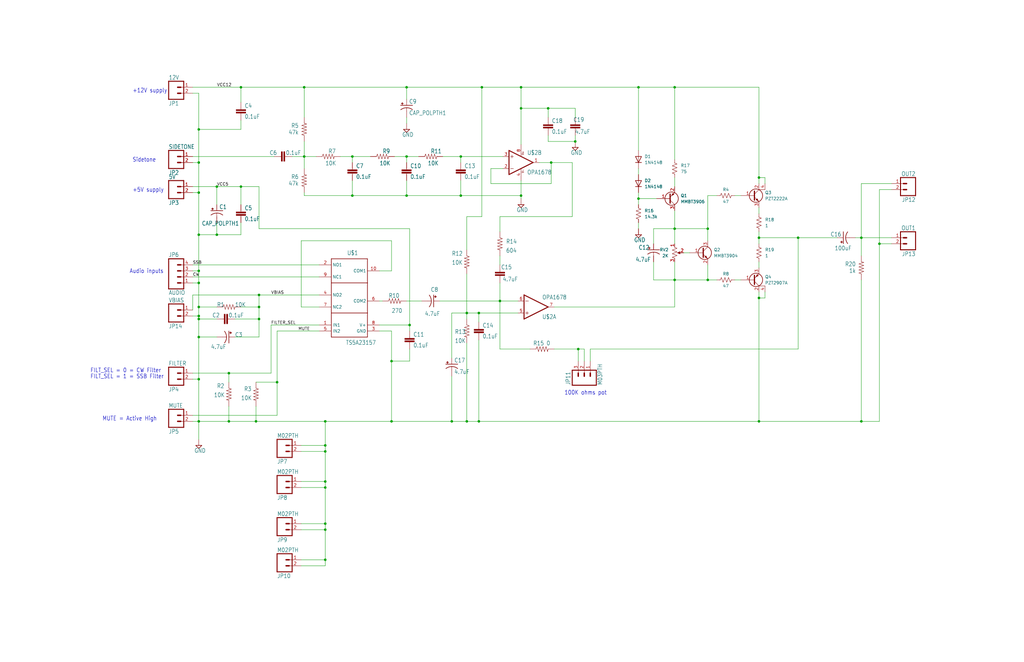
<source format=kicad_sch>
(kicad_sch (version 20211123) (generator eeschema)
  (paper "USLedger")
  (title_block (date "2022-04-18"))
  (lib_symbols
    (symbol "Device:Q_NPN_BCEC" (pin_names (offset 0) hide)
      (property "Reference" "Q" (at 5.08 1.27 0))
      (property "Value" "Q_NPN_BCEC" (at 5.08 -1.27 0))
      (symbol "Q_NPN_BCEC_1_1"
        (pin input line (at -5.08 0 0) (length 5.715) (name "B") (number "1"))
        (pin passive line (at 2.54 5.08 270) (length 2.54) (name "C") (number "2"))
        (pin passive line (at 2.54 -5.08 90) (length 2.54) (name "E") (number "3"))
        (pin passive line (at 5.08 5.08 270) (length 2.54) (name "C") (number "4"))
      )
    )
    (symbol "Device:Q_NPN_BEC" (pin_names (offset 0) hide)
      (property "Reference" "Q" (at 5.08 1.27 0))
      (property "Value" "Q_NPN_BEC" (at 5.08 -1.27 0))
      (symbol "Q_NPN_BEC_1_1"
        (pin input line (at -5.08 0 0) (length 5.715) (name "B") (number "1"))
        (pin passive line (at 2.54 -5.08 90) (length 2.54) (name "E") (number "2"))
        (pin passive line (at 2.54 5.08 270) (length 2.54) (name "C") (number "3"))
      )
    )
    (symbol "Device:Q_PNP_BCEC" (pin_names (offset 0) hide)
      (property "Reference" "Q" (at 5.08 1.27 0))
      (property "Value" "Q_PNP_BCEC" (at 5.08 -1.27 0))
      (symbol "Q_PNP_BCEC_1_1"
        (pin input line (at -5.08 0 0) (length 5.715) (name "B") (number "1"))
        (pin passive line (at 2.54 5.08 270) (length 2.54) (name "C") (number "2"))
        (pin passive line (at 2.54 -5.08 90) (length 2.54) (name "E") (number "3"))
        (pin passive line (at 5.08 5.08 270) (length 2.54) (name "C") (number "4"))
      )
    )
    (symbol "Device:Q_PNP_BEC" (pin_names (offset 0) hide)
      (property "Reference" "Q" (at 5.08 1.27 0))
      (property "Value" "Q_PNP_BEC" (at 5.08 -1.27 0))
      (symbol "Q_PNP_BEC_1_1"
        (pin input line (at -5.08 0 0) (length 5.715) (name "B") (number "1"))
        (pin passive line (at 2.54 -5.08 90) (length 2.54) (name "E") (number "2"))
        (pin passive line (at 2.54 5.08 270) (length 2.54) (name "C") (number "3"))
      )
    )
    (symbol "Device:R_Potentiometer_US" (pin_names (offset 1.016) hide)
      (property "Reference" "RV" (at -4.445 0 90))
      (property "Value" "R_Potentiometer_US" (at -2.54 0 90))
      (symbol "R_Potentiometer_US_1_1"
        (pin passive line (at 0 3.81 270) (length 1.27) (name "1") (number "1"))
        (pin passive line (at 3.81 0 180) (length 1.27) (name "2") (number "2"))
        (pin passive line (at 0 -3.81 90) (length 1.27) (name "3") (number "3"))
      )
    )
    (symbol "Device:R_US" (pin_numbers hide) (pin_names (offset 0))
      (property "Reference" "R" (at 2.54 0 90))
      (property "Value" "R_US" (at -2.54 0 90))
      (symbol "R_US_1_1"
        (pin passive line (at 0 3.81 270) (length 1.27) (name "~") (number "1"))
        (pin passive line (at 0 -3.81 90) (length 1.27) (name "~") (number "2"))
      )
    )
    (symbol "Diode:1N4148" (pin_numbers hide) (pin_names (offset 1.016) hide)
      (property "Reference" "D" (at 0 2.54 0))
      (property "Value" "1N4148" (at 0 -2.54 0))
      (symbol "1N4148_1_1"
        (pin passive line (at -3.81 0 0) (length 2.54) (name "K") (number "1"))
        (pin passive line (at 3.81 0 180) (length 2.54) (name "A") (number "2"))
      )
    )
    (symbol "audioModule2-eagle-import:CAP0603-CAP"
      (property "Reference" "C" (at 1.524 2.921 0))
      (property "Value" "CAP0603-CAP" (at 1.524 -2.159 0))
      (symbol "CAP0603-CAP_1_0"
        (pin passive line (at 0 5.08 270) (length 2.54) (name "1") (number "1"))
        (pin passive line (at 0 -2.54 90) (length 2.54) (name "2") (number "2"))
      )
    )
    (symbol "audioModule2-eagle-import:CAP_POLPTH1"
      (property "Reference" "C" (at 1.016 0.635 0))
      (property "Value" "CAP_POLPTH1" (at 1.016 -4.191 0))
      (symbol "CAP_POLPTH1_1_0"
        (pin passive line (at 0 2.54 270) (length 2.54) (name "+") (number "1"))
        (pin passive line (at 0 -5.08 90) (length 2.54) (name "-") (number "2"))
      )
    )
    (symbol "audioModule2-eagle-import:GND" (power)
      (property "Value" "GND" (at -1.905 -3.175 0))
      (symbol "GND_1_0"
        (pin power_in line (at 0 2.54 270) (length 2.54) (name "GND") (number "1"))
      )
    )
    (symbol "audioModule2-eagle-import:LM4562"
      (property "Value" "LM4562" (at 2.54 -5.08 0))
      (symbol "LM4562_1_0"
        (pin input line (at -7.62 2.54 0) (length 2.54) (name "+IN") (number "5"))
        (pin input line (at -7.62 -2.54 0) (length 2.54) (name "-IN") (number "6"))
        (pin output line (at 7.62 0 180) (length 2.54) (name "OUT") (number "7"))
      )
      (symbol "LM4562_2_0"
        (text "V+" (at 1.27 3.175 900) (effects (font (size 0.8128 0.6908)) (justify left bottom)))
        (text "V-" (at 1.27 -4.445 900) (effects (font (size 0.8128 0.6908)) (justify left bottom)))
        (pin output line (at 7.62 0 180) (length 2.54) (name "OUT") (number "1"))
        (pin input line (at -7.62 -2.54 0) (length 2.54) (name "-IN") (number "2"))
        (pin input line (at -7.62 2.54 0) (length 2.54) (name "+IN") (number "3"))
        (pin power_in line (at 0 -7.62 90) (length 5.08) (name "V-") (number "4"))
        (pin power_in line (at 0 7.62 270) (length 5.08) (name "V+") (number "8"))
      )
    )
    (symbol "audioModule2-eagle-import:M02PTH"
      (property "Reference" "JP" (at -2.54 5.842 0))
      (property "Value" "M02PTH" (at -2.54 -5.08 0))
      (symbol "M02PTH_1_0"
        (pin passive line (at 7.62 0 180) (length 5.08) (name "1") (number "1"))
        (pin passive line (at 7.62 2.54 180) (length 5.08) (name "2") (number "2"))
      )
    )
    (symbol "audioModule2-eagle-import:M03PTH"
      (property "Reference" "JP" (at -2.54 5.842 0))
      (property "Value" "M03PTH" (at -2.54 -7.62 0))
      (symbol "M03PTH_1_0"
        (pin passive line (at 7.62 -2.54 180) (length 5.08) (name "1") (number "1"))
        (pin passive line (at 7.62 0 180) (length 5.08) (name "2") (number "2"))
        (pin passive line (at 7.62 2.54 180) (length 5.08) (name "3") (number "3"))
      )
    )
    (symbol "audioModule2-eagle-import:M04PTH"
      (property "Reference" "JP" (at -5.08 8.382 0))
      (property "Value" "M04PTH" (at -5.08 -7.62 0))
      (symbol "M04PTH_1_0"
        (pin passive line (at 5.08 -2.54 180) (length 5.08) (name "1") (number "1"))
        (pin passive line (at 5.08 0 180) (length 5.08) (name "2") (number "2"))
        (pin passive line (at 5.08 2.54 180) (length 5.08) (name "3") (number "3"))
        (pin passive line (at 5.08 5.08 180) (length 5.08) (name "4") (number "4"))
      )
    )
    (symbol "audioModule2-eagle-import:RESISTOR0603-RES"
      (property "Reference" "R" (at -3.81 1.4986 0))
      (property "Value" "RESISTOR0603-RES" (at -3.81 -3.302 0))
      (symbol "RESISTOR0603-RES_1_0"
        (pin passive line (at -5.08 0 0) (length 2.54) (name "1") (number "1"))
        (pin passive line (at 5.08 0 180) (length 2.54) (name "2") (number "2"))
      )
    )
    (symbol "audioModule2-eagle-import:TS5A23157"
      (property "Value" "TS5A23157" (at 6.096 -3.302 0))
      (symbol "TS5A23157_1_0"
        (pin bidirectional line (at -5.08 5.08 0) (length 5.08) (name "IN1") (number "1"))
        (pin bidirectional line (at 20.32 27.94 180) (length 5.08) (name "COM1") (number "10"))
        (pin bidirectional line (at -5.08 30.48 0) (length 5.08) (name "NO1") (number "2"))
        (pin bidirectional line (at 20.32 2.54 180) (length 5.08) (name "GND") (number "3"))
        (pin bidirectional line (at -5.08 17.78 0) (length 5.08) (name "NO2") (number "4"))
        (pin bidirectional line (at -5.08 2.54 0) (length 5.08) (name "IN2") (number "5"))
        (pin bidirectional line (at 20.32 15.24 180) (length 5.08) (name "COM2") (number "6"))
        (pin bidirectional line (at -5.08 12.7 0) (length 5.08) (name "NC2") (number "7"))
        (pin bidirectional line (at 20.32 5.08 180) (length 5.08) (name "V+") (number "8"))
        (pin bidirectional line (at -5.08 25.4 0) (length 5.08) (name "NC1") (number "9"))
      )
    )
  )
  (junction (at 320.04 74.93))
  (junction (at 171.45 82.55))
  (junction (at 165.1 177.8))
  (junction (at 219.71 45.72))
  (junction (at 284.48 36.83))
  (junction (at 83.82 177.8))
  (junction (at 83.82 134.62))
  (junction (at 171.45 66.04))
  (junction (at 210.82 127))
  (junction (at 201.93 132.08))
  (junction (at 137.16 220.98))
  (junction (at 172.72 137.16))
  (junction (at 83.82 119.38))
  (junction (at 101.6 78.74))
  (junction (at 83.82 133.35))
  (junction (at 219.71 36.83))
  (junction (at 83.82 54.61))
  (junction (at 83.82 114.3))
  (junction (at 231.14 45.72))
  (junction (at 109.22 124.46))
  (junction (at 116.84 161.29))
  (junction (at 196.85 177.8))
  (junction (at 137.16 203.2))
  (junction (at 336.55 100.33))
  (junction (at 137.16 187.96))
  (junction (at 320.04 100.33))
  (junction (at 203.2 36.83))
  (junction (at 370.84 102.87))
  (junction (at 83.82 129.54))
  (junction (at 242.57 59.69))
  (junction (at 269.24 36.83))
  (junction (at 269.24 83.82))
  (junction (at 128.27 66.04))
  (junction (at 190.5 177.8))
  (junction (at 194.31 82.55))
  (junction (at 320.04 177.8))
  (junction (at 284.48 118.11))
  (junction (at 83.82 142.24))
  (junction (at 91.44 78.74))
  (junction (at 243.84 147.32))
  (junction (at 83.82 68.58))
  (junction (at 363.22 100.33))
  (junction (at 148.59 66.04))
  (junction (at 171.45 36.83))
  (junction (at 232.41 68.58))
  (junction (at 109.22 134.62))
  (junction (at 109.22 129.54))
  (junction (at 91.44 99.06))
  (junction (at 194.31 66.04))
  (junction (at 165.1 152.4))
  (junction (at 284.48 96.52))
  (junction (at 137.16 205.74))
  (junction (at 83.82 160.02))
  (junction (at 137.16 190.5))
  (junction (at 107.95 177.8))
  (junction (at 101.6 36.83))
  (junction (at 363.22 177.8))
  (junction (at 219.71 82.55))
  (junction (at 137.16 223.52))
  (junction (at 320.04 125.73))
  (junction (at 196.85 132.08))
  (junction (at 137.16 236.22))
  (junction (at 298.45 118.11))
  (junction (at 298.45 96.52))
  (junction (at 96.52 157.48))
  (junction (at 83.82 81.28))
  (junction (at 148.59 82.55))
  (junction (at 201.93 177.8))
  (junction (at 137.16 177.8))
  (junction (at 96.52 177.8))
  (junction (at 128.27 36.83))
  (junction (at 83.82 99.06))
  (wire (pts (xy 127 205.74) (xy 137.16 205.74)))
  (wire (pts (xy 320.04 100.33) (xy 320.04 102.87)))
  (wire (pts (xy 101.6 93.98) (xy 101.6 99.06)))
  (wire (pts (xy 81.28 111.76) (xy 134.62 111.76)))
  (wire (pts (xy 81.28 124.46) (xy 109.22 124.46)))
  (wire (pts (xy 83.82 134.62) (xy 83.82 142.24)))
  (wire (pts (xy 116.84 139.7) (xy 134.62 139.7)))
  (wire (pts (xy 231.14 45.72) (xy 219.71 45.72)))
  (wire (pts (xy 114.3 157.48) (xy 114.3 137.16)))
  (wire (pts (xy 81.28 157.48) (xy 96.52 157.48)))
  (wire (pts (xy 81.28 78.74) (xy 91.44 78.74)))
  (wire (pts (xy 233.68 129.54) (xy 284.48 129.54)))
  (wire (pts (xy 275.59 96.52) (xy 284.48 96.52)))
  (wire (pts (xy 114.3 137.16) (xy 134.62 137.16)))
  (wire (pts (xy 81.28 133.35) (xy 83.82 133.35)))
  (wire (pts (xy 185.42 127) (xy 210.82 127)))
  (wire (pts (xy 137.16 190.5) (xy 137.16 187.96)))
  (wire (pts (xy 96.52 171.45) (xy 96.52 177.8)))
  (wire (pts (xy 284.48 118.11) (xy 298.45 118.11)))
  (wire (pts (xy 116.84 161.29) (xy 116.84 139.7)))
  (wire (pts (xy 83.82 129.54) (xy 83.82 133.35)))
  (wire (pts (xy 137.16 238.76) (xy 137.16 236.22)))
  (wire (pts (xy 320.04 87.63) (xy 320.04 90.17)))
  (wire (pts (xy 269.24 83.82) (xy 269.24 86.36)))
  (wire (pts (xy 148.59 76.2) (xy 148.59 82.55)))
  (wire (pts (xy 320.04 177.8) (xy 363.22 177.8)))
  (wire (pts (xy 190.5 158.75) (xy 190.5 177.8)))
  (wire (pts (xy 269.24 36.83) (xy 219.71 36.83)))
  (wire (pts (xy 284.48 96.52) (xy 298.45 96.52)))
  (wire (pts (xy 171.45 36.83) (xy 171.45 41.91)))
  (wire (pts (xy 109.22 96.52) (xy 172.72 96.52)))
  (wire (pts (xy 148.59 66.04) (xy 148.59 68.58)))
  (wire (pts (xy 128.27 66.04) (xy 128.27 71.12)))
  (wire (pts (xy 127 238.76) (xy 137.16 238.76)))
  (wire (pts (xy 127 220.98) (xy 137.16 220.98)))
  (wire (pts (xy 196.85 132.08) (xy 201.93 132.08)))
  (wire (pts (xy 83.82 119.38) (xy 83.82 129.54)))
  (wire (pts (xy 190.5 177.8) (xy 196.85 177.8)))
  (wire (pts (xy 248.92 147.32) (xy 336.55 147.32)))
  (wire (pts (xy 298.45 101.6) (xy 298.45 96.52)))
  (wire (pts (xy 91.44 86.36) (xy 91.44 78.74)))
  (wire (pts (xy 298.45 118.11) (xy 302.26 118.11)))
  (wire (pts (xy 128.27 36.83) (xy 171.45 36.83)))
  (wire (pts (xy 160.02 139.7) (xy 165.1 139.7)))
  (wire (pts (xy 242.57 45.72) (xy 231.14 45.72)))
  (wire (pts (xy 219.71 45.72) (xy 219.71 36.83)))
  (wire (pts (xy 203.2 36.83) (xy 171.45 36.83)))
  (wire (pts (xy 320.04 77.47) (xy 320.04 74.93)))
  (wire (pts (xy 172.72 152.4) (xy 165.1 152.4)))
  (wire (pts (xy 83.82 142.24) (xy 91.44 142.24)))
  (wire (pts (xy 246.38 152.4) (xy 246.38 147.32)))
  (wire (pts (xy 288.29 106.68) (xy 290.83 106.68)))
  (wire (pts (xy 81.28 114.3) (xy 83.82 114.3)))
  (wire (pts (xy 101.6 99.06) (xy 91.44 99.06)))
  (wire (pts (xy 231.14 57.15) (xy 231.14 59.69)))
  (wire (pts (xy 165.1 152.4) (xy 165.1 177.8)))
  (wire (pts (xy 81.28 119.38) (xy 83.82 119.38)))
  (wire (pts (xy 269.24 81.28) (xy 269.24 83.82)))
  (wire (pts (xy 171.45 49.53) (xy 171.45 52.07)))
  (wire (pts (xy 219.71 36.83) (xy 203.2 36.83)))
  (wire (pts (xy 128.27 81.28) (xy 128.27 82.55)))
  (wire (pts (xy 101.6 78.74) (xy 109.22 78.74)))
  (wire (pts (xy 210.82 91.44) (xy 210.82 97.79)))
  (wire (pts (xy 91.44 78.74) (xy 101.6 78.74)))
  (wire (pts (xy 194.31 66.04) (xy 212.09 66.04)))
  (wire (pts (xy 127 129.54) (xy 134.62 129.54)))
  (wire (pts (xy 363.22 118.11) (xy 363.22 177.8)))
  (wire (pts (xy 322.58 123.19) (xy 322.58 125.73)))
  (wire (pts (xy 210.82 91.44) (xy 241.3 91.44)))
  (wire (pts (xy 134.62 124.46) (xy 109.22 124.46)))
  (wire (pts (xy 165.1 177.8) (xy 190.5 177.8)))
  (wire (pts (xy 127 203.2) (xy 137.16 203.2)))
  (wire (pts (xy 83.82 81.28) (xy 83.82 99.06)))
  (wire (pts (xy 128.27 66.04) (xy 133.35 66.04)))
  (wire (pts (xy 320.04 110.49) (xy 320.04 113.03)))
  (wire (pts (xy 101.6 43.18) (xy 101.6 36.83)))
  (wire (pts (xy 123.19 66.04) (xy 128.27 66.04)))
  (wire (pts (xy 172.72 139.7) (xy 172.72 137.16)))
  (wire (pts (xy 320.04 36.83) (xy 284.48 36.83)))
  (wire (pts (xy 196.85 177.8) (xy 201.93 177.8)))
  (wire (pts (xy 96.52 157.48) (xy 96.52 161.29)))
  (wire (pts (xy 128.27 59.69) (xy 128.27 66.04)))
  (wire (pts (xy 81.28 36.83) (xy 101.6 36.83)))
  (wire (pts (xy 248.92 152.4) (xy 248.92 147.32)))
  (wire (pts (xy 83.82 133.35) (xy 83.82 134.62)))
  (wire (pts (xy 194.31 66.04) (xy 194.31 68.58)))
  (wire (pts (xy 101.6 54.61) (xy 83.82 54.61)))
  (wire (pts (xy 196.85 105.41) (xy 196.85 91.44)))
  (wire (pts (xy 196.85 132.08) (xy 196.85 134.62)))
  (wire (pts (xy 309.88 82.55) (xy 312.42 82.55)))
  (wire (pts (xy 165.1 114.3) (xy 165.1 101.6)))
  (wire (pts (xy 212.09 71.12) (xy 207.01 71.12)))
  (wire (pts (xy 375.92 77.47) (xy 363.22 77.47)))
  (wire (pts (xy 275.59 118.11) (xy 284.48 118.11)))
  (wire (pts (xy 109.22 134.62) (xy 109.22 142.24)))
  (wire (pts (xy 336.55 147.32) (xy 336.55 100.33)))
  (wire (pts (xy 284.48 36.83) (xy 269.24 36.83)))
  (wire (pts (xy 284.48 96.52) (xy 284.48 102.87)))
  (wire (pts (xy 233.68 147.32) (xy 243.84 147.32)))
  (wire (pts (xy 375.92 102.87) (xy 370.84 102.87)))
  (wire (pts (xy 219.71 76.2) (xy 219.71 82.55)))
  (wire (pts (xy 81.28 66.04) (xy 115.57 66.04)))
  (wire (pts (xy 165.1 139.7) (xy 165.1 152.4)))
  (wire (pts (xy 223.52 147.32) (xy 210.82 147.32)))
  (wire (pts (xy 137.16 187.96) (xy 137.16 177.8)))
  (wire (pts (xy 81.28 177.8) (xy 83.82 177.8)))
  (wire (pts (xy 109.22 78.74) (xy 109.22 96.52)))
  (wire (pts (xy 171.45 127) (xy 177.8 127)))
  (wire (pts (xy 196.85 91.44) (xy 203.2 91.44)))
  (wire (pts (xy 320.04 74.93) (xy 322.58 74.93)))
  (wire (pts (xy 83.82 39.37) (xy 83.82 54.61)))
  (wire (pts (xy 269.24 63.5) (xy 269.24 36.83)))
  (wire (pts (xy 148.59 66.04) (xy 156.21 66.04)))
  (wire (pts (xy 137.16 205.74) (xy 137.16 203.2)))
  (wire (pts (xy 370.84 80.01) (xy 370.84 102.87)))
  (wire (pts (xy 116.84 175.26) (xy 116.84 161.29)))
  (wire (pts (xy 101.6 86.36) (xy 101.6 78.74)))
  (wire (pts (xy 160.02 114.3) (xy 165.1 114.3)))
  (wire (pts (xy 201.93 132.08) (xy 201.93 135.89)))
  (wire (pts (xy 171.45 66.04) (xy 171.45 68.58)))
  (wire (pts (xy 196.85 115.57) (xy 196.85 132.08)))
  (wire (pts (xy 269.24 71.12) (xy 269.24 73.66)))
  (wire (pts (xy 241.3 91.44) (xy 241.3 68.58)))
  (wire (pts (xy 171.45 76.2) (xy 171.45 82.55)))
  (wire (pts (xy 127 187.96) (xy 137.16 187.96)))
  (wire (pts (xy 81.28 68.58) (xy 83.82 68.58)))
  (wire (pts (xy 309.88 118.11) (xy 312.42 118.11)))
  (wire (pts (xy 148.59 82.55) (xy 171.45 82.55)))
  (wire (pts (xy 194.31 82.55) (xy 219.71 82.55)))
  (wire (pts (xy 210.82 107.95) (xy 210.82 111.76)))
  (wire (pts (xy 81.28 116.84) (xy 134.62 116.84)))
  (wire (pts (xy 320.04 74.93) (xy 320.04 36.83)))
  (wire (pts (xy 83.82 160.02) (xy 83.82 177.8)))
  (wire (pts (xy 91.44 129.54) (xy 83.82 129.54)))
  (wire (pts (xy 81.28 175.26) (xy 116.84 175.26)))
  (wire (pts (xy 207.01 77.47) (xy 232.41 77.47)))
  (wire (pts (xy 91.44 134.62) (xy 83.82 134.62)))
  (wire (pts (xy 284.48 74.93) (xy 284.48 78.74)))
  (wire (pts (xy 370.84 177.8) (xy 363.22 177.8)))
  (wire (pts (xy 232.41 77.47) (xy 232.41 68.58)))
  (wire (pts (xy 109.22 129.54) (xy 109.22 124.46)))
  (wire (pts (xy 172.72 137.16) (xy 160.02 137.16)))
  (wire (pts (xy 190.5 132.08) (xy 196.85 132.08)))
  (wire (pts (xy 370.84 102.87) (xy 370.84 177.8)))
  (wire (pts (xy 284.48 129.54) (xy 284.48 118.11)))
  (wire (pts (xy 363.22 77.47) (xy 363.22 100.33)))
  (wire (pts (xy 137.16 220.98) (xy 137.16 205.74)))
  (wire (pts (xy 190.5 151.13) (xy 190.5 132.08)))
  (wire (pts (xy 203.2 91.44) (xy 203.2 36.83)))
  (wire (pts (xy 101.6 36.83) (xy 128.27 36.83)))
  (wire (pts (xy 101.6 129.54) (xy 109.22 129.54)))
  (wire (pts (xy 186.69 66.04) (xy 194.31 66.04)))
  (wire (pts (xy 83.82 54.61) (xy 83.82 68.58)))
  (wire (pts (xy 231.14 59.69) (xy 242.57 59.69)))
  (wire (pts (xy 83.82 142.24) (xy 83.82 160.02)))
  (wire (pts (xy 363.22 107.95) (xy 363.22 100.33)))
  (wire (pts (xy 242.57 49.53) (xy 242.57 45.72)))
  (wire (pts (xy 243.84 152.4) (xy 243.84 147.32)))
  (wire (pts (xy 320.04 123.19) (xy 320.04 125.73)))
  (wire (pts (xy 165.1 101.6) (xy 127 101.6)))
  (wire (pts (xy 210.82 127) (xy 218.44 127)))
  (wire (pts (xy 81.28 39.37) (xy 83.82 39.37)))
  (wire (pts (xy 241.3 68.58) (xy 232.41 68.58)))
  (wire (pts (xy 210.82 127) (xy 210.82 147.32)))
  (wire (pts (xy 81.28 81.28) (xy 83.82 81.28)))
  (wire (pts (xy 201.93 177.8) (xy 320.04 177.8)))
  (wire (pts (xy 219.71 82.55) (xy 219.71 83.82)))
  (wire (pts (xy 109.22 134.62) (xy 109.22 129.54)))
  (wire (pts (xy 128.27 36.83) (xy 128.27 49.53)))
  (wire (pts (xy 128.27 82.55) (xy 148.59 82.55)))
  (wire (pts (xy 81.28 130.81) (xy 81.28 124.46)))
  (wire (pts (xy 232.41 68.58) (xy 227.33 68.58)))
  (wire (pts (xy 143.51 66.04) (xy 148.59 66.04)))
  (wire (pts (xy 91.44 93.98) (xy 91.44 99.06)))
  (wire (pts (xy 269.24 83.82) (xy 276.86 83.82)))
  (wire (pts (xy 83.82 177.8) (xy 83.82 185.42)))
  (wire (pts (xy 166.37 66.04) (xy 171.45 66.04)))
  (wire (pts (xy 127 223.52) (xy 137.16 223.52)))
  (wire (pts (xy 196.85 144.78) (xy 196.85 177.8)))
  (wire (pts (xy 322.58 125.73) (xy 320.04 125.73)))
  (wire (pts (xy 363.22 100.33) (xy 375.92 100.33)))
  (wire (pts (xy 137.16 177.8) (xy 107.95 177.8)))
  (wire (pts (xy 107.95 171.45) (xy 107.95 177.8)))
  (wire (pts (xy 137.16 223.52) (xy 137.16 220.98)))
  (wire (pts (xy 322.58 77.47) (xy 322.58 74.93)))
  (wire (pts (xy 81.28 160.02) (xy 83.82 160.02)))
  (wire (pts (xy 127 236.22) (xy 137.16 236.22)))
  (wire (pts (xy 99.06 134.62) (xy 109.22 134.62)))
  (wire (pts (xy 219.71 60.96) (xy 219.71 45.72)))
  (wire (pts (xy 107.95 161.29) (xy 116.84 161.29)))
  (wire (pts (xy 298.45 82.55) (xy 302.26 82.55)))
  (wire (pts (xy 107.95 177.8) (xy 96.52 177.8)))
  (wire (pts (xy 269.24 93.98) (xy 269.24 96.52)))
  (wire (pts (xy 284.48 67.31) (xy 284.48 36.83)))
  (wire (pts (xy 284.48 88.9) (xy 284.48 96.52)))
  (wire (pts (xy 165.1 177.8) (xy 137.16 177.8)))
  (wire (pts (xy 127 101.6) (xy 127 129.54)))
  (wire (pts (xy 375.92 80.01) (xy 370.84 80.01)))
  (wire (pts (xy 127 190.5) (xy 137.16 190.5)))
  (wire (pts (xy 99.06 142.24) (xy 109.22 142.24)))
  (wire (pts (xy 320.04 100.33) (xy 336.55 100.33)))
  (wire (pts (xy 320.04 125.73) (xy 320.04 177.8)))
  (wire (pts (xy 137.16 223.52) (xy 137.16 236.22)))
  (wire (pts (xy 298.45 111.76) (xy 298.45 118.11)))
  (wire (pts (xy 210.82 119.38) (xy 210.82 127)))
  (wire (pts (xy 275.59 102.87) (xy 275.59 96.52)))
  (wire (pts (xy 96.52 177.8) (xy 83.82 177.8)))
  (wire (pts (xy 171.45 66.04) (xy 176.53 66.04)))
  (wire (pts (xy 320.04 97.79) (xy 320.04 100.33)))
  (wire (pts (xy 207.01 71.12) (xy 207.01 77.47)))
  (wire (pts (xy 201.93 132.08) (xy 218.44 132.08)))
  (wire (pts (xy 171.45 82.55) (xy 194.31 82.55)))
  (wire (pts (xy 137.16 203.2) (xy 137.16 190.5)))
  (wire (pts (xy 160.02 127) (xy 161.29 127)))
  (wire (pts (xy 360.68 100.33) (xy 363.22 100.33)))
  (wire (pts (xy 201.93 143.51) (xy 201.93 177.8)))
  (wire (pts (xy 83.82 99.06) (xy 83.82 114.3)))
  (wire (pts (xy 246.38 147.32) (xy 243.84 147.32)))
  (wire (pts (xy 194.31 76.2) (xy 194.31 82.55)))
  (wire (pts (xy 336.55 100.33) (xy 353.06 100.33)))
  (wire (pts (xy 172.72 147.32) (xy 172.72 152.4)))
  (wire (pts (xy 242.57 57.15) (xy 242.57 59.69)))
  (wire (pts (xy 275.59 110.49) (xy 275.59 118.11)))
  (wire (pts (xy 101.6 50.8) (xy 101.6 54.61)))
  (wire (pts (xy 83.82 114.3) (xy 83.82 119.38)))
  (wire (pts (xy 284.48 110.49) (xy 284.48 118.11)))
  (wire (pts (xy 83.82 68.58) (xy 83.82 81.28)))
  (wire (pts (xy 231.14 49.53) (xy 231.14 45.72)))
  (wire (pts (xy 172.72 96.52) (xy 172.72 137.16)))
  (wire (pts (xy 96.52 157.48) (xy 114.3 157.48)))
  (wire (pts (xy 91.44 99.06) (xy 83.82 99.06)))
  (wire (pts (xy 298.45 82.55) (xy 298.45 96.52)))
  (text "Sidetone" (at 55.88 68.58 180) (effects (font (size 1.778 1.5113)) (justify left bottom)))
  (text "+5V supply" (at 55.88 81.28 180) (effects (font (size 1.778 1.5113)) (justify left bottom)))
  (text "Audio inputs" (at 54.61 115.57 180) (effects (font (size 1.778 1.5113)) (justify left bottom)))
  (text "100K ohms pot" (at 237.998 166.878 180) (effects (font (size 1.778 1.5113)) (justify left bottom)))
  (text "MUTE = Active High" (at 43.18 177.8 180) (effects (font (size 1.778 1.5113)) (justify left bottom)))
  (text "FILT_SEL = 0 = CW Filter" (at 38.1 157.48 180) (effects (font (size 1.778 1.5113)) (justify left bottom)))
  (text "+12V supply" (at 55.88 39.37 180) (effects (font (size 1.778 1.5113)) (justify left bottom)))
  (text "FILT_SEL = 1 = SSB Filter" (at 38.1 160.02 180) (effects (font (size 1.778 1.5113)) (justify left bottom)))
  (label "CW" (at 81.28 116.84 0) (effects (font (size 1.2446 1.2446))))
  (label "VBIAS" (at 114.3 124.46 0))
  (label "FILTER_SEL" (at 114.3 137.16 0) (effects (font (size 1.2446 1.2446))))
  (label "VCC12" (at 91.44 36.83 0))
  (label "MUTE" (at 125.73 139.7 0) (effects (font (size 1.2446 1.2446))))
  (label "SSB" (at 81.28 111.76 0) (effects (font (size 1.2446 1.2446))))
  (label "VCC5" (at 91.44 78.74 0) (effects (font (size 1.2446 1.2446))))
  (symbol (lib_id "audioModule2-eagle-import:CAP0603-CAP") (at 101.6 88.9 180) (unit 1)
    (property "Reference" "C5" (at 103.124 88.773 0) (effects (font (size 1.778 1.5113)) (justify right top)))
    (property "Value" "0.1uF" (at 103.124 93.345 0) (effects (font (size 1.778 1.5113)) (justify right top)))
    (property "Footprint" "Capacitor_SMD:C_0603_1608Metric_Pad1.08x0.95mm_HandSolder" (effects hide))
  )
  (symbol (lib_id "audioModule2-eagle-import:CAP_POLPTH1") (at 171.45 44.45 0) (unit 1)
    (property "Reference" "C9" (at 172.466 43.815 0) (effects (font (size 1.778 1.5113)) (justify left bottom)))
    (property "Value" "CAP_POLPTH1" (at 172.466 48.641 0) (effects (font (size 1.778 1.5113)) (justify left bottom)))
    (property "Footprint" "Capacitor_THT:CP_Radial_D6.3mm_P2.50mm" (effects hide))
  )
  (symbol (lib_id "audioModule2-eagle-import:CAP_POLPTH1") (at 96.52 142.24 270) (unit 1)
    (property "Reference" "C3" (at 99.06 142.24 90) (effects (font (size 1.778 1.5113)) (justify left bottom)))
    (property "Value" "4.7uF" (at 88.9 147.32 90) (effects (font (size 1.778 1.5113)) (justify left bottom)))
    (property "Footprint" "Capacitor_THT:CP_Radial_D6.3mm_P2.50mm" (effects hide))
  )
  (symbol (lib_id "audioModule2-eagle-import:M02PTH") (at 73.66 66.04 0) (mirror x) (unit 1)
    (property "Reference" "JP2" (at 71.12 71.882 0) (effects (font (size 1.778 1.5113)) (justify left bottom)))
    (property "Value" "SIDETONE" (at 71.12 60.96 0) (effects (font (size 1.778 1.5113)) (justify left bottom)))
    (property "Footprint" "Connector_PinHeader_2.54mm:PinHeader_1x02_P2.54mm_Vertical" (effects hide))
  )
  (symbol (lib_id "audioModule2-eagle-import:RESISTOR0603-RES") (at 161.29 66.04 0) (unit 1)
    (property "Reference" "R9" (at 161.29 64.77 0) (effects (font (size 1.778 1.5113)) (justify left bottom)))
    (property "Value" "10K" (at 160.02 69.85 0) (effects (font (size 1.778 1.5113)) (justify left bottom)))
    (property "Footprint" "Resistor_SMD:R_0603_1608Metric_Pad0.98x0.95mm_HandSolder" (effects hide))
  )
  (symbol (lib_id "audioModule2-eagle-import:CAP0603-CAP") (at 101.6 45.72 180) (unit 1)
    (property "Reference" "C4" (at 103.124 45.593 0) (effects (font (size 1.778 1.5113)) (justify right top)))
    (property "Value" "0.1uF" (at 103.124 50.165 0) (effects (font (size 1.778 1.5113)) (justify right top)))
    (property "Footprint" "Capacitor_SMD:C_0603_1608Metric_Pad1.08x0.95mm_HandSolder" (effects hide))
  )
  (symbol (lib_id "audioModule2-eagle-import:M02PTH") (at 73.66 157.48 0) (mirror x) (unit 1)
    (property "Reference" "JP4" (at 71.12 163.322 0) (effects (font (size 1.778 1.5113)) (justify left bottom)))
    (property "Value" "FILTER" (at 71.12 152.4 0) (effects (font (size 1.778 1.5113)) (justify left bottom)))
    (property "Footprint" "Connector_PinHeader_2.54mm:PinHeader_1x02_P2.54mm_Vertical" (effects hide))
  )
  (symbol (lib_id "audioModule2-eagle-import:M02PTH") (at 119.38 203.2 0) (mirror x) (unit 1)
    (property "Reference" "JP8" (at 116.84 209.042 0) (effects (font (size 1.778 1.5113)) (justify left bottom)))
    (property "Value" "M02PTH" (at 116.84 198.12 0) (effects (font (size 1.778 1.5113)) (justify left bottom)))
    (property "Footprint" "Connector_PinHeader_2.54mm:PinHeader_1x02_P2.54mm_Vertical" (effects hide))
  )
  (symbol (lib_id "audioModule2-eagle-import:CAP0603-CAP") (at 231.14 52.07 180) (unit 1)
    (property "Reference" "C18" (at 232.664 51.943 0) (effects (font (size 1.778 1.5113)) (justify right top)))
    (property "Value" "0.1uF" (at 232.664 56.515 0) (effects (font (size 1.778 1.5113)) (justify right top)))
    (property "Footprint" "Capacitor_SMD:C_0603_1608Metric_Pad1.08x0.95mm_HandSolder" (effects hide))
  )
  (symbol (lib_id "audioModule2-eagle-import:GND") (at 219.71 86.36 0) (unit 1)
    (property "Reference" "#SUPPLY03" (effects hide))
    (property "Value" "GND" (at 217.805 89.535 0) (effects (font (size 1.778 1.5113)) (justify left bottom)))
    (property "Footprint" "audioModule2:" (effects hide))
  )
  (symbol (lib_id "audioModule2-eagle-import:RESISTOR0603-RES") (at 107.95 166.37 270) (unit 1)
    (property "Reference" "R3" (at 102.87 165.1 90) (effects (font (size 1.778 1.5113)) (justify left bottom)))
    (property "Value" "10K" (at 101.6 168.91 90) (effects (font (size 1.778 1.5113)) (justify left bottom)))
    (property "Footprint" "Resistor_SMD:R_0603_1608Metric_Pad0.98x0.95mm_HandSolder" (effects hide))
  )
  (symbol (lib_id "audioModule2-eagle-import:RESISTOR0603-RES") (at 96.52 166.37 270) (unit 1)
    (property "Reference" "R2" (at 91.44 163.83 90) (effects (font (size 1.778 1.5113)) (justify left bottom)))
    (property "Value" "10K" (at 90.17 167.64 90) (effects (font (size 1.778 1.5113)) (justify left bottom)))
    (property "Footprint" "Resistor_SMD:R_0603_1608Metric_Pad0.98x0.95mm_HandSolder" (effects hide))
  )
  (symbol (lib_id "audioModule2-eagle-import:RESISTOR0603-RES") (at 181.61 66.04 0) (unit 1)
    (property "Reference" "R11" (at 181.61 64.77 0) (effects (font (size 1.778 1.5113)) (justify left bottom)))
    (property "Value" "10K" (at 180.34 69.85 0) (effects (font (size 1.778 1.5113)) (justify left bottom)))
    (property "Footprint" "Resistor_SMD:R_0603_1608Metric_Pad0.98x0.95mm_HandSolder" (effects hide))
  )
  (symbol (lib_id "audioModule2-eagle-import:RESISTOR0603-RES") (at 210.82 102.87 270) (unit 1)
    (property "Reference" "R14" (at 213.36 102.87 90) (effects (font (size 1.778 1.5113)) (justify left bottom)))
    (property "Value" "604" (at 213.36 106.68 90) (effects (font (size 1.778 1.5113)) (justify left bottom)))
    (property "Footprint" "Resistor_SMD:R_0603_1608Metric_Pad0.98x0.95mm_HandSolder" (effects hide))
  )
  (symbol (lib_id "Device:Q_NPN_BCEC") (at 317.5 82.55 0) (unit 1)
    (property "Reference" "Q3" (at 322.58 81.2799 0) (effects (justify left)))
    (property "Value" "PZT2222A" (at 322.58 83.8199 0) (effects (justify left)))
    (property "Footprint" "Package_TO_SOT_SMD:SOT-223" (effects hide))
  )
  (symbol (lib_id "audioModule2-eagle-import:CAP_POLPTH1") (at 182.88 127 270) (unit 1)
    (property "Reference" "C8" (at 181.61 123.19 90) (effects (font (size 1.778 1.5113)) (justify left bottom)))
    (property "Value" "4.7uF" (at 179.07 133.35 90) (effects (font (size 1.778 1.5113)) (justify left bottom)))
    (property "Footprint" "Capacitor_THT:CP_Radial_D6.3mm_P2.50mm" (effects hide))
  )
  (symbol (lib_id "audioModule2-eagle-import:GND") (at 242.57 62.23 0) (unit 1)
    (property "Reference" "#SUPPLY05" (effects hide))
    (property "Value" "GND" (at 240.665 65.405 0) (effects (font (size 1.778 1.5113)) (justify left bottom)))
    (property "Footprint" "audioModule2:" (effects hide))
  )
  (symbol (lib_id "audioModule2-eagle-import:CAP0603-CAP") (at 118.11 66.04 270) (unit 1)
    (property "Reference" "C6" (at 116.84 63.5 90) (effects (font (size 1.778 1.5113)) (justify right top)))
    (property "Value" "0.1uF" (at 127 63.5 90) (effects (font (size 1.778 1.5113)) (justify right top)))
    (property "Footprint" "Capacitor_SMD:C_0603_1608Metric_Pad1.08x0.95mm_HandSolder" (effects hide))
  )
  (symbol (lib_id "audioModule2-eagle-import:LM4562") (at 219.71 68.58 0) (unit 2)
    (property "Reference" "U$2" (at 222.25 65.405 0) (effects (font (size 1.778 1.5113)) (justify left bottom)))
    (property "Value" "OPA1678" (at 222.25 73.66 0) (effects (font (size 1.778 1.5113)) (justify left bottom)))
    (property "Footprint" "Package_SO:SOIC-8_3.9x4.9mm_P1.27mm" (effects hide))
  )
  (symbol (lib_id "audioModule2-eagle-import:RESISTOR0603-RES") (at 196.85 110.49 270) (unit 1)
    (property "Reference" "R12" (at 190.5 107.95 90) (effects (font (size 1.778 1.5113)) (justify left bottom)))
    (property "Value" "10K" (at 190.5 111.76 90) (effects (font (size 1.778 1.5113)) (justify left bottom)))
    (property "Footprint" "Resistor_SMD:R_0603_1608Metric_Pad0.98x0.95mm_HandSolder" (effects hide))
  )
  (symbol (lib_id "audioModule2-eagle-import:M02PTH") (at 73.66 175.26 0) (mirror x) (unit 1)
    (property "Reference" "JP5" (at 71.12 181.102 0) (effects (font (size 1.778 1.5113)) (justify left bottom)))
    (property "Value" "MUTE" (at 71.12 170.18 0) (effects (font (size 1.778 1.5113)) (justify left bottom)))
    (property "Footprint" "Connector_PinHeader_2.54mm:PinHeader_1x02_P2.54mm_Vertical" (effects hide))
  )
  (symbol (lib_id "audioModule2-eagle-import:M02PTH") (at 383.54 77.47 180) (unit 1)
    (property "Reference" "JP12" (at 386.08 83.312 0) (effects (font (size 1.778 1.5113)) (justify left bottom)))
    (property "Value" "OUT2" (at 386.08 72.39 0) (effects (font (size 1.778 1.5113)) (justify left bottom)))
    (property "Footprint" "Connector_PinHeader_2.54mm:PinHeader_1x02_P2.54mm_Vertical" (effects hide))
  )
  (symbol (lib_id "Device:R_US") (at 320.04 106.68 0) (unit 1)
    (property "Reference" "R19" (at 322.58 105.4099 0) (effects (justify left)))
    (property "Value" "1" (at 322.58 107.9499 0) (effects (justify left)))
    (property "Footprint" "Resistor_SMD:R_0805_2012Metric_Pad1.20x1.40mm_HandSolder" (effects hide))
  )
  (symbol (lib_id "audioModule2-eagle-import:CAP0603-CAP") (at 194.31 71.12 180) (unit 1)
    (property "Reference" "C13" (at 195.834 70.993 0) (effects (font (size 1.778 1.5113)) (justify right top)))
    (property "Value" "0.1uF" (at 195.834 75.565 0) (effects (font (size 1.778 1.5113)) (justify right top)))
    (property "Footprint" "Capacitor_SMD:C_0603_1608Metric_Pad1.08x0.95mm_HandSolder" (effects hide))
  )
  (symbol (lib_id "audioModule2-eagle-import:M02PTH") (at 119.38 220.98 0) (mirror x) (unit 1)
    (property "Reference" "JP9" (at 116.84 226.822 0) (effects (font (size 1.778 1.5113)) (justify left bottom)))
    (property "Value" "M02PTH" (at 116.84 215.9 0) (effects (font (size 1.778 1.5113)) (justify left bottom)))
    (property "Footprint" "Connector_PinHeader_2.54mm:PinHeader_1x02_P2.54mm_Vertical" (effects hide))
  )
  (symbol (lib_id "audioModule2-eagle-import:M03PTH") (at 246.38 160.02 90) (unit 1)
    (property "Reference" "JP11" (at 240.538 162.56 0) (effects (font (size 1.778 1.5113)) (justify left bottom)))
    (property "Value" "M03PTH" (at 254 162.56 0) (effects (font (size 1.778 1.5113)) (justify left bottom)))
    (property "Footprint" "Connector_PinHeader_2.54mm:PinHeader_1x03_P2.54mm_Vertical" (effects hide))
  )
  (symbol (lib_id "Device:R_US") (at 306.07 82.55 90) (unit 1)
    (property "Reference" "R4" (at 306.07 80.01 90))
    (property "Value" "47" (at 306.07 85.09 90))
    (property "Footprint" "Resistor_SMD:R_0805_2012Metric_Pad1.20x1.40mm_HandSolder" (effects hide))
  )
  (symbol (lib_id "audioModule2-eagle-import:M04PTH") (at 76.2 116.84 0) (unit 1)
    (property "Reference" "JP6" (at 71.12 108.458 0) (effects (font (size 1.778 1.5113)) (justify left bottom)))
    (property "Value" "AUDIO" (at 71.12 124.46 0) (effects (font (size 1.778 1.5113)) (justify left bottom)))
    (property "Footprint" "Connector_PinHeader_2.54mm:PinHeader_1x04_P2.54mm_Vertical" (effects hide))
  )
  (symbol (lib_id "audioModule2-eagle-import:CAP0603-CAP") (at 172.72 142.24 180) (unit 1)
    (property "Reference" "C11" (at 174.244 142.113 0) (effects (font (size 1.778 1.5113)) (justify right top)))
    (property "Value" "0.1uF" (at 174.244 146.685 0) (effects (font (size 1.778 1.5113)) (justify right top)))
    (property "Footprint" "Capacitor_SMD:C_0603_1608Metric_Pad1.08x0.95mm_HandSolder" (effects hide))
  )
  (symbol (lib_id "audioModule2-eagle-import:CAP0603-CAP") (at 148.59 71.12 180) (unit 1)
    (property "Reference" "C7" (at 150.114 70.993 0) (effects (font (size 1.778 1.5113)) (justify right top)))
    (property "Value" "0.1uF" (at 150.114 75.565 0) (effects (font (size 1.778 1.5113)) (justify right top)))
    (property "Footprint" "Capacitor_SMD:C_0603_1608Metric_Pad1.08x0.95mm_HandSolder" (effects hide))
  )
  (symbol (lib_id "audioModule2-eagle-import:M02PTH") (at 73.66 36.83 0) (mirror x) (unit 1)
    (property "Reference" "JP1" (at 71.12 42.672 0) (effects (font (size 1.778 1.5113)) (justify left bottom)))
    (property "Value" "12V" (at 71.12 31.75 0) (effects (font (size 1.778 1.5113)) (justify left bottom)))
    (property "Footprint" "Connector_PinHeader_2.54mm:PinHeader_1x02_P2.54mm_Vertical" (effects hide))
  )
  (symbol (lib_id "audioModule2-eagle-import:RESISTOR0603-RES") (at 138.43 66.04 0) (unit 1)
    (property "Reference" "R7" (at 138.43 64.77 0) (effects (font (size 1.778 1.5113)) (justify left bottom)))
    (property "Value" "10K" (at 137.16 69.85 0) (effects (font (size 1.778 1.5113)) (justify left bottom)))
    (property "Footprint" "Resistor_SMD:R_0603_1608Metric_Pad0.98x0.95mm_HandSolder" (effects hide))
  )
  (symbol (lib_id "audioModule2-eagle-import:RESISTOR0603-RES") (at 166.37 127 0) (unit 1)
    (property "Reference" "R10" (at 163.83 125.73 0) (effects (font (size 1.778 1.5113)) (justify left bottom)))
    (property "Value" "270" (at 165.1 132.08 0) (effects (font (size 1.778 1.5113)) (justify left bottom)))
    (property "Footprint" "Resistor_SMD:R_0603_1608Metric_Pad0.98x0.95mm_HandSolder" (effects hide))
  )
  (symbol (lib_id "Device:R_US") (at 306.07 118.11 90) (unit 1)
    (property "Reference" "R8" (at 306.07 115.57 90))
    (property "Value" "47" (at 306.07 120.65 90))
    (property "Footprint" "Resistor_SMD:R_0805_2012Metric_Pad1.20x1.40mm_HandSolder" (effects hide))
  )
  (symbol (lib_id "Diode:1N4148") (at 269.24 77.47 90) (unit 1)
    (property "Reference" "D2" (at 271.78 76.1999 90) (effects (justify right)))
    (property "Value" "1N4148" (at 271.78 78.7399 90) (effects (justify right)))
    (property "Footprint" "Diode_THT:D_DO-35_SOD27_P7.62mm_Horizontal" (effects hide))
    (property "Datasheet" "https://assets.nexperia.com/documents/data-sheet/1N4148_1N4448.pdf" (effects hide))
  )
  (symbol (lib_id "audioModule2-eagle-import:LM4562") (at 226.06 129.54 0) (mirror x) (unit 1)
    (property "Reference" "U$2" (at 228.6 132.715 0) (effects (font (size 1.778 1.5113)) (justify left bottom)))
    (property "Value" "OPA1678" (at 228.6 124.46 0) (effects (font (size 1.778 1.5113)) (justify left bottom)))
    (property "Footprint" "Package_SO:SOIC-8_3.9x4.9mm_P1.27mm" (effects hide))
  )
  (symbol (lib_id "Device:Q_PNP_BEC") (at 281.94 83.82 0) (mirror x) (unit 1)
    (property "Reference" "Q1" (at 287.02 82.5499 0) (effects (justify left)))
    (property "Value" "MMBT3906" (at 287.02 85.0899 0) (effects (justify left)))
    (property "Footprint" "Package_TO_SOT_SMD:SOT-23" (effects hide))
  )
  (symbol (lib_id "audioModule2-eagle-import:RESISTOR0603-RES") (at 228.6 147.32 0) (unit 1)
    (property "Reference" "R15" (at 224.79 145.8214 0) (effects (font (size 1.778 1.5113)) (justify left bottom)))
    (property "Value" "0" (at 230.378 145.796 0) (effects (font (size 1.778 1.5113)) (justify left bottom)))
    (property "Footprint" "Resistor_SMD:R_0603_1608Metric_Pad0.98x0.95mm_HandSolder" (effects hide))
  )
  (symbol (lib_id "Device:Q_PNP_BCEC") (at 317.5 118.11 0) (mirror x) (unit 1)
    (property "Reference" "Q4" (at 322.58 116.8399 0) (effects (justify left)))
    (property "Value" "PZT2907A" (at 322.58 119.3799 0) (effects (justify left)))
    (property "Footprint" "Package_TO_SOT_SMD:SOT-223" (effects hide))
  )
  (symbol (lib_id "audioModule2-eagle-import:CAP0603-CAP") (at 210.82 116.84 0) (unit 1)
    (property "Reference" "C15" (at 215.9 111.76 0) (effects (font (size 1.778 1.5113)) (justify right top)))
    (property "Value" "4.7uF" (at 218.44 116.84 0) (effects (font (size 1.778 1.5113)) (justify right top)))
    (property "Footprint" "Capacitor_SMD:C_0603_1608Metric_Pad1.08x0.95mm_HandSolder" (effects hide))
  )
  (symbol (lib_id "Device:R_Potentiometer_US") (at 284.48 106.68 0) (unit 1)
    (property "Reference" "RV2" (at 281.94 105.4099 0) (effects (justify right)))
    (property "Value" "2K" (at 281.94 107.9499 0) (effects (justify right)))
    (property "Footprint" "Potentiometer_THT:Potentiometer_Bourns_3296W_Vertical" (effects hide))
  )
  (symbol (lib_id "audioModule2-eagle-import:CAP0603-CAP") (at 201.93 138.43 180) (unit 1)
    (property "Reference" "C14" (at 203.454 138.303 0) (effects (font (size 1.778 1.5113)) (justify right top)))
    (property "Value" "0.1uF" (at 203.454 142.875 0) (effects (font (size 1.778 1.5113)) (justify right top)))
    (property "Footprint" "Capacitor_SMD:C_0603_1608Metric_Pad1.08x0.95mm_HandSolder" (effects hide))
  )
  (symbol (lib_id "audioModule2-eagle-import:GND") (at 269.24 99.06 0) (unit 1)
    (property "Reference" "#SUPPLY04" (effects hide))
    (property "Value" "GND" (at 267.335 102.235 0) (effects (font (size 1.778 1.5113)) (justify left bottom)))
    (property "Footprint" "audioModule2:" (effects hide))
  )
  (symbol (lib_id "audioModule2-eagle-import:RESISTOR0603-RES") (at 96.52 129.54 0) (unit 1)
    (property "Reference" "R1" (at 91.44 129.54 0) (effects (font (size 1.778 1.5113)) (justify left bottom)))
    (property "Value" "10K" (at 99.06 129.54 0) (effects (font (size 1.778 1.5113)) (justify left bottom)))
    (property "Footprint" "Resistor_SMD:R_0603_1608Metric_Pad0.98x0.95mm_HandSolder" (effects hide))
  )
  (symbol (lib_id "audioModule2-eagle-import:CAP0603-CAP") (at 93.98 134.62 270) (unit 1)
    (property "Reference" "C2" (at 92.71 132.08 90) (effects (font (size 1.778 1.5113)) (justify right top)))
    (property "Value" "0.1uF" (at 102.87 132.08 90) (effects (font (size 1.778 1.5113)) (justify right top)))
    (property "Footprint" "Capacitor_SMD:C_0603_1608Metric_Pad1.08x0.95mm_HandSolder" (effects hide))
  )
  (symbol (lib_id "audioModule2-eagle-import:CAP_POLPTH1") (at 275.59 105.41 0) (unit 1)
    (property "Reference" "C12" (at 269.24 105.41 0) (effects (font (size 1.778 1.5113)) (justify left bottom)))
    (property "Value" "4.7uF" (at 267.97 110.49 0) (effects (font (size 1.778 1.5113)) (justify left bottom)))
    (property "Footprint" "Capacitor_THT:CP_Radial_D6.3mm_P2.50mm" (effects hide))
  )
  (symbol (lib_id "audioModule2-eagle-import:M02PTH") (at 73.66 130.81 0) (mirror x) (unit 1)
    (property "Reference" "JP14" (at 71.12 136.652 0) (effects (font (size 1.778 1.5113)) (justify left bottom)))
    (property "Value" "VBIAS" (at 71.12 125.73 0) (effects (font (size 1.778 1.5113)) (justify left bottom)))
    (property "Footprint" "Connector_PinHeader_2.54mm:PinHeader_1x02_P2.54mm_Vertical" (effects hide))
  )
  (symbol (lib_id "audioModule2-eagle-import:GND") (at 171.45 54.61 0) (unit 1)
    (property "Reference" "#SUPPLY02" (effects hide))
    (property "Value" "GND" (at 169.545 57.785 0) (effects (font (size 1.778 1.5113)) (justify left bottom)))
    (property "Footprint" "audioModule2:" (effects hide))
  )
  (symbol (lib_id "audioModule2-eagle-import:RESISTOR0603-RES") (at 363.22 113.03 90) (unit 1)
    (property "Reference" "R20" (at 360.934 110.4646 90) (effects (font (size 1.778 1.5113)) (justify left bottom)))
    (property "Value" "1k" (at 360.934 113.284 90) (effects (font (size 1.778 1.5113)) (justify left bottom)))
    (property "Footprint" "Resistor_SMD:R_0603_1608Metric_Pad0.98x0.95mm_HandSolder" (effects hide))
  )
  (symbol (lib_id "audioModule2-eagle-import:RESISTOR0603-RES") (at 128.27 54.61 90) (unit 1)
    (property "Reference" "R5" (at 125.984 52.0446 90) (effects (font (size 1.778 1.5113)) (justify left bottom)))
    (property "Value" "47k" (at 125.984 54.864 90) (effects (font (size 1.778 1.5113)) (justify left bottom)))
    (property "Footprint" "Resistor_SMD:R_0603_1608Metric_Pad0.98x0.95mm_HandSolder" (effects hide))
  )
  (symbol (lib_id "Device:R_US") (at 284.48 71.12 0) (unit 1)
    (property "Reference" "R17" (at 287.02 69.8499 0) (effects (justify left)))
    (property "Value" "75" (at 287.02 72.3899 0) (effects (justify left)))
    (property "Footprint" "Resistor_SMD:R_0603_1608Metric_Pad0.98x0.95mm_HandSolder" (effects hide))
  )
  (symbol (lib_id "audioModule2-eagle-import:RESISTOR0603-RES") (at 196.85 139.7 270) (unit 1)
    (property "Reference" "R13" (at 191.77 140.97 90) (effects (font (size 1.778 1.5113)) (justify left bottom)))
    (property "Value" "10K" (at 191.77 144.78 90) (effects (font (size 1.778 1.5113)) (justify left bottom)))
    (property "Footprint" "Resistor_SMD:R_0603_1608Metric_Pad0.98x0.95mm_HandSolder" (effects hide))
  )
  (symbol (lib_id "audioModule2-eagle-import:CAP_POLPTH1") (at 91.44 88.9 0) (unit 1)
    (property "Reference" "C1" (at 92.456 88.265 0) (effects (font (size 1.778 1.5113)) (justify left bottom)))
    (property "Value" "CAP_POLPTH1" (at 85.09 95.25 0) (effects (font (size 1.778 1.5113)) (justify left bottom)))
    (property "Footprint" "Capacitor_THT:CP_Radial_D6.3mm_P2.50mm" (effects hide))
  )
  (symbol (lib_id "audioModule2-eagle-import:M02PTH") (at 73.66 78.74 0) (mirror x) (unit 1)
    (property "Reference" "JP3" (at 71.12 84.582 0) (effects (font (size 1.778 1.5113)) (justify left bottom)))
    (property "Value" "5V" (at 71.12 73.66 0) (effects (font (size 1.778 1.5113)) (justify left bottom)))
    (property "Footprint" "Connector_PinHeader_2.54mm:PinHeader_1x02_P2.54mm_Vertical" (effects hide))
  )
  (symbol (lib_id "audioModule2-eagle-import:RESISTOR0603-RES") (at 128.27 76.2 90) (unit 1)
    (property "Reference" "R6" (at 125.984 73.6346 90) (effects (font (size 1.778 1.5113)) (justify left bottom)))
    (property "Value" "47k" (at 125.984 76.454 90) (effects (font (size 1.778 1.5113)) (justify left bottom)))
    (property "Footprint" "Resistor_SMD:R_0603_1608Metric_Pad0.98x0.95mm_HandSolder" (effects hide))
  )
  (symbol (lib_id "Device:R_US") (at 320.04 93.98 0) (unit 1)
    (property "Reference" "R18" (at 322.58 92.7099 0) (effects (justify left)))
    (property "Value" "1" (at 322.58 95.2499 0) (effects (justify left)))
    (property "Footprint" "Resistor_SMD:R_0805_2012Metric_Pad1.20x1.40mm_HandSolder" (effects hide))
  )
  (symbol (lib_id "audioModule2-eagle-import:CAP0603-CAP") (at 171.45 71.12 180) (unit 1)
    (property "Reference" "C10" (at 172.974 70.993 0) (effects (font (size 1.778 1.5113)) (justify right top)))
    (property "Value" "0.1uF" (at 172.974 75.565 0) (effects (font (size 1.778 1.5113)) (justify right top)))
    (property "Footprint" "Capacitor_SMD:C_0603_1608Metric_Pad1.08x0.95mm_HandSolder" (effects hide))
  )
  (symbol (lib_id "Device:Q_NPN_BEC") (at 295.91 106.68 0) (unit 1)
    (property "Reference" "Q2" (at 300.99 105.4099 0) (effects (justify left)))
    (property "Value" "MMBT3904" (at 300.99 107.9499 0) (effects (justify left)))
    (property "Footprint" "Package_TO_SOT_SMD:SOT-23" (effects hide))
  )
  (symbol (lib_id "audioModule2-eagle-import:M02PTH") (at 383.54 100.33 180) (unit 1)
    (property "Reference" "JP13" (at 386.08 106.172 0) (effects (font (size 1.778 1.5113)) (justify left bottom)))
    (property "Value" "OUT1" (at 386.08 95.25 0) (effects (font (size 1.778 1.5113)) (justify left bottom)))
    (property "Footprint" "Connector_PinHeader_2.54mm:PinHeader_1x02_P2.54mm_Vertical" (effects hide))
  )
  (symbol (lib_id "Device:R_US") (at 269.24 90.17 0) (unit 1)
    (property "Reference" "R16" (at 271.78 88.8999 0) (effects (justify left)))
    (property "Value" "14.3k" (at 271.78 91.4399 0) (effects (justify left)))
    (property "Footprint" "Resistor_SMD:R_0603_1608Metric_Pad0.98x0.95mm_HandSolder" (effects hide))
  )
  (symbol (lib_id "audioModule2-eagle-import:CAP_POLPTH1") (at 190.5 153.67 0) (unit 1)
    (property "Reference" "C17" (at 191.516 153.035 0) (effects (font (size 1.778 1.5113)) (justify left bottom)))
    (property "Value" "4.7uF" (at 191.516 157.861 0) (effects (font (size 1.778 1.5113)) (justify left bottom)))
    (property "Footprint" "Capacitor_THT:CP_Radial_D6.3mm_P2.50mm" (effects hide))
  )
  (symbol (lib_id "audioModule2-eagle-import:TS5A23157") (at 139.7 142.24 0) (unit 1)
    (property "Reference" "U$1" (at 146.304 107.696 0) (effects (font (size 1.778 1.5113)) (justify left bottom)))
    (property "Value" "TS5A23157" (at 145.796 145.542 0) (effects (font (size 1.778 1.5113)) (justify left bottom)))
    (property "Footprint" "audioModule2:MSOP10" (effects hide))
  )
  (symbol (lib_id "audioModule2-eagle-import:M02PTH") (at 119.38 236.22 0) (mirror x) (unit 1)
    (property "Reference" "JP10" (at 116.84 242.062 0) (effects (font (size 1.778 1.5113)) (justify left bottom)))
    (property "Value" "M02PTH" (at 116.84 231.14 0) (effects (font (size 1.778 1.5113)) (justify left bottom)))
    (property "Footprint" "Connector_PinHeader_2.54mm:PinHeader_1x02_P2.54mm_Vertical" (effects hide))
  )
  (symbol (lib_id "audioModule2-eagle-import:GND") (at 83.82 187.96 0) (unit 1)
    (property "Reference" "#SUPPLY01" (effects hide))
    (property "Value" "GND" (at 81.915 191.135 0) (effects (font (size 1.778 1.5113)) (justify left bottom)))
    (property "Footprint" "audioModule2:" (effects hide))
  )
  (symbol (lib_id "Diode:1N4148") (at 269.24 67.31 90) (unit 1)
    (property "Reference" "D1" (at 271.78 66.0399 90) (effects (justify right)))
    (property "Value" "1N4148" (at 271.78 68.5799 90) (effects (justify right)))
    (property "Footprint" "Diode_THT:D_DO-35_SOD27_P7.62mm_Horizontal" (effects hide))
    (property "Datasheet" "https://assets.nexperia.com/documents/data-sheet/1N4148_1N4448.pdf" (effects hide))
  )
  (symbol (lib_id "audioModule2-eagle-import:CAP0603-CAP") (at 242.57 54.61 0) (unit 1)
    (property "Reference" "C19" (at 246.38 49.53 0) (effects (font (size 1.778 1.5113)) (justify right top)))
    (property "Value" "4.7uF" (at 248.92 54.61 0) (effects (font (size 1.778 1.5113)) (justify right top)))
    (property "Footprint" "Capacitor_SMD:C_0603_1608Metric_Pad1.08x0.95mm_HandSolder" (effects hide))
  )
  (symbol (lib_id "audioModule2-eagle-import:CAP_POLPTH1") (at 355.6 100.33 90) (unit 1)
    (property "Reference" "C16" (at 354.838 97.917 90) (effects (font (size 1.778 1.5113)) (justify left bottom)))
    (property "Value" "100uF" (at 359.156 103.759 90) (effects (font (size 1.778 1.5113)) (justify left bottom)))
    (property "Footprint" "Capacitor_THT:CP_Radial_D6.3mm_P2.50mm" (effects hide))
  )
  (symbol (lib_id "audioModule2-eagle-import:M02PTH") (at 119.38 187.96 0) (mirror x) (unit 1)
    (property "Reference" "JP7" (at 116.84 193.802 0) (effects (font (size 1.778 1.5113)) (justify left bottom)))
    (property "Value" "M02PTH" (at 116.84 182.88 0) (effects (font (size 1.778 1.5113)) (justify left bottom)))
    (property "Footprint" "Connector_PinHeader_2.54mm:PinHeader_1x02_P2.54mm_Vertical" (effects hide))
  )
)
</source>
